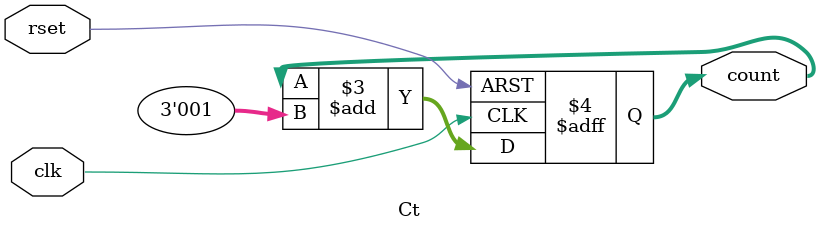
<source format=v>
module Ct (clk,rset,count);
	input clk;
	input rset;
	output  [2:0]count;
	reg 	[2:0]count;
	always@(posedge clk or negedge rset)
	begin
		if(rset == 0)
			count <= 3'b000;
		else
			count <= count + 3'b001;
	end
endmodule
</source>
